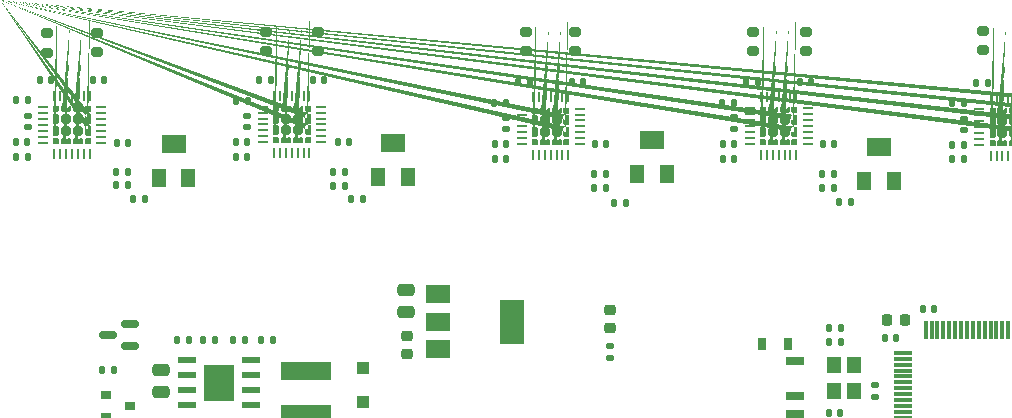
<source format=gbr>
%TF.GenerationSoftware,KiCad,Pcbnew,(6.0.0)*%
%TF.CreationDate,2022-02-28T19:19:02-05:00*%
%TF.ProjectId,MP3DP_Controller,4d503344-505f-4436-9f6e-74726f6c6c65,rev?*%
%TF.SameCoordinates,Original*%
%TF.FileFunction,Paste,Top*%
%TF.FilePolarity,Positive*%
%FSLAX46Y46*%
G04 Gerber Fmt 4.6, Leading zero omitted, Abs format (unit mm)*
G04 Created by KiCad (PCBNEW (6.0.0)) date 2022-02-28 19:19:02*
%MOMM*%
%LPD*%
G01*
G04 APERTURE LIST*
G04 Aperture macros list*
%AMRoundRect*
0 Rectangle with rounded corners*
0 $1 Rounding radius*
0 $2 $3 $4 $5 $6 $7 $8 $9 X,Y pos of 4 corners*
0 Add a 4 corners polygon primitive as box body*
4,1,4,$2,$3,$4,$5,$6,$7,$8,$9,$2,$3,0*
0 Add four circle primitives for the rounded corners*
1,1,$1+$1,$2,$3*
1,1,$1+$1,$4,$5*
1,1,$1+$1,$6,$7*
1,1,$1+$1,$8,$9*
0 Add four rect primitives between the rounded corners*
20,1,$1+$1,$2,$3,$4,$5,0*
20,1,$1+$1,$4,$5,$6,$7,0*
20,1,$1+$1,$6,$7,$8,$9,0*
20,1,$1+$1,$8,$9,$2,$3,0*%
%AMFreePoly0*
4,1,48,0.180784,0.266839,0.197812,0.266839,0.211588,0.256830,0.227783,0.251568,0.237792,0.237792,0.251568,0.227783,0.256830,0.211588,0.266839,0.197812,0.266839,0.180784,0.272101,0.164589,0.272101,-0.075523,0.269420,-0.083774,0.270777,-0.092342,0.259348,-0.114773,0.251568,-0.138717,0.244550,-0.143816,0.240611,-0.151546,0.151545,-0.240611,0.143817,-0.244549,0.138717,-0.251568,
0.114772,-0.259348,0.092342,-0.270777,0.083774,-0.269420,0.075523,-0.272101,-0.164589,-0.272101,-0.180784,-0.266839,-0.197812,-0.266839,-0.211588,-0.256830,-0.227783,-0.251568,-0.237792,-0.237792,-0.251568,-0.227783,-0.256830,-0.211588,-0.266839,-0.197812,-0.266839,-0.180784,-0.272101,-0.164589,-0.272101,0.164589,-0.266839,0.180784,-0.266839,0.197812,-0.256830,0.211588,-0.251568,0.227783,
-0.237792,0.237792,-0.227783,0.251568,-0.211588,0.256830,-0.197812,0.266839,-0.180784,0.266839,-0.164589,0.272101,0.164589,0.272101,0.180784,0.266839,0.180784,0.266839,$1*%
%AMFreePoly1*
4,1,51,0.252459,0.271182,0.254676,0.271776,0.258073,0.270192,0.276402,0.266960,0.290658,0.254997,0.307524,0.247133,0.378144,0.176512,0.381179,0.172177,0.383168,0.171029,0.384451,0.167505,0.395125,0.152260,0.396747,0.133722,0.403112,0.116234,0.403112,-0.186855,0.401159,-0.197929,0.401817,-0.201658,0.399924,-0.204937,0.397971,-0.216011,0.383735,-0.232977,0.372661,-0.252157,
0.365433,-0.254788,0.360489,-0.260680,0.338678,-0.264526,0.317866,-0.272101,-0.317866,-0.272101,-0.328940,-0.270148,-0.332669,-0.270806,-0.335948,-0.268913,-0.347022,-0.266960,-0.363988,-0.252724,-0.383168,-0.241650,-0.385799,-0.234422,-0.391691,-0.229478,-0.395537,-0.207667,-0.403112,-0.186855,-0.403112,0.116234,-0.402193,0.121446,-0.402787,0.123663,-0.401203,0.127060,-0.397971,0.145390,
-0.386008,0.159647,-0.378144,0.176512,-0.307525,0.247132,-0.303189,0.250168,-0.302041,0.252157,-0.298517,0.253440,-0.283273,0.264114,-0.264734,0.265736,-0.247246,0.272101,0.247246,0.272101,0.252459,0.271182,0.252459,0.271182,$1*%
%AMFreePoly2*
4,1,51,0.121446,0.402193,0.123663,0.402787,0.127060,0.401203,0.145390,0.397971,0.159647,0.386008,0.176512,0.378144,0.247132,0.307525,0.250168,0.303189,0.252157,0.302041,0.253440,0.298517,0.264114,0.283273,0.265736,0.264734,0.272101,0.247246,0.272101,-0.247246,0.271182,-0.252459,0.271776,-0.254677,0.270192,-0.258075,0.266960,-0.276402,0.254997,-0.290659,0.247132,-0.307525,
0.176512,-0.378144,0.172177,-0.381179,0.171029,-0.383168,0.167505,-0.384451,0.152260,-0.395125,0.133722,-0.396747,0.116234,-0.403112,-0.186855,-0.403112,-0.197929,-0.401159,-0.201658,-0.401817,-0.204937,-0.399924,-0.216011,-0.397971,-0.232977,-0.383735,-0.252157,-0.372661,-0.254788,-0.365433,-0.260680,-0.360489,-0.264526,-0.338678,-0.272101,-0.317866,-0.272101,0.317866,-0.270148,0.328940,
-0.270806,0.332669,-0.268913,0.335948,-0.266960,0.347022,-0.252724,0.363988,-0.241650,0.383168,-0.234422,0.385799,-0.229478,0.391691,-0.207667,0.395537,-0.186855,0.403112,0.116234,0.403112,0.121446,0.402193,0.121446,0.402193,$1*%
%AMFreePoly3*
4,1,51,0.197929,0.401159,0.201658,0.401817,0.204937,0.399924,0.216011,0.397971,0.232977,0.383735,0.252157,0.372661,0.254788,0.365433,0.260680,0.360489,0.264526,0.338678,0.272101,0.317866,0.272101,-0.317866,0.270148,-0.328940,0.270806,-0.332669,0.268913,-0.335948,0.266960,-0.347022,0.252724,-0.363988,0.241650,-0.383168,0.234422,-0.385799,0.229478,-0.391691,0.207667,-0.395537,
0.186855,-0.403112,-0.116234,-0.403112,-0.121446,-0.402193,-0.123663,-0.402787,-0.127060,-0.401203,-0.145390,-0.397971,-0.159647,-0.386008,-0.176512,-0.378144,-0.247133,-0.307524,-0.250168,-0.303189,-0.252157,-0.302041,-0.253439,-0.298518,-0.264114,-0.283273,-0.265736,-0.264734,-0.272101,-0.247246,-0.272101,0.247246,-0.271182,0.252459,-0.271776,0.254676,-0.270192,0.258073,-0.266960,0.276402,
-0.254997,0.290658,-0.247133,0.307524,-0.176512,0.378144,-0.172177,0.381179,-0.171029,0.383168,-0.167505,0.384451,-0.152260,0.395125,-0.133722,0.396747,-0.116234,0.403112,0.186855,0.403112,0.197929,0.401159,0.197929,0.401159,$1*%
%AMFreePoly4*
4,1,48,0.083774,0.269420,0.092342,0.270777,0.114772,0.259348,0.138717,0.251568,0.143817,0.244549,0.151545,0.240611,0.240611,0.151546,0.244550,0.143816,0.251568,0.138717,0.259348,0.114773,0.270777,0.092342,0.269420,0.083774,0.272101,0.075523,0.272101,-0.164589,0.266839,-0.180784,0.266839,-0.197812,0.256830,-0.211588,0.251568,-0.227783,0.237792,-0.237792,0.227783,-0.251568,
0.211588,-0.256830,0.197812,-0.266839,0.180784,-0.266839,0.164589,-0.272101,-0.164589,-0.272101,-0.180784,-0.266839,-0.197812,-0.266839,-0.211588,-0.256830,-0.227783,-0.251568,-0.237792,-0.237792,-0.251568,-0.227783,-0.256830,-0.211588,-0.266839,-0.197812,-0.266839,-0.180784,-0.272101,-0.164589,-0.272101,0.164589,-0.266839,0.180784,-0.266839,0.197812,-0.256830,0.211588,-0.251568,0.227783,
-0.237792,0.237792,-0.227783,0.251568,-0.211588,0.256830,-0.197812,0.266839,-0.180784,0.266839,-0.164589,0.272101,0.075523,0.272101,0.083774,0.269420,0.083774,0.269420,$1*%
%AMFreePoly5*
4,1,51,0.328940,0.270148,0.332669,0.270806,0.335948,0.268913,0.347022,0.266960,0.363988,0.252724,0.383168,0.241650,0.385799,0.234422,0.391691,0.229478,0.395537,0.207667,0.403112,0.186855,0.403112,-0.116234,0.402193,-0.121446,0.402787,-0.123663,0.401203,-0.127060,0.397971,-0.145390,0.386008,-0.159647,0.378144,-0.176512,0.307524,-0.247133,0.303189,-0.250168,0.302041,-0.252157,
0.298518,-0.253439,0.283273,-0.264114,0.264734,-0.265736,0.247246,-0.272101,-0.247246,-0.272101,-0.252459,-0.271182,-0.254677,-0.271776,-0.258075,-0.270192,-0.276402,-0.266960,-0.290659,-0.254997,-0.307525,-0.247132,-0.378144,-0.176512,-0.381179,-0.172177,-0.383168,-0.171029,-0.384451,-0.167505,-0.395125,-0.152260,-0.396747,-0.133722,-0.403112,-0.116234,-0.403112,0.186855,-0.401159,0.197929,
-0.401817,0.201658,-0.399924,0.204937,-0.397971,0.216011,-0.383735,0.232977,-0.372661,0.252157,-0.365433,0.254788,-0.360489,0.260680,-0.338678,0.264526,-0.317866,0.272101,0.317866,0.272101,0.328940,0.270148,0.328940,0.270148,$1*%
%AMFreePoly6*
4,1,48,0.180784,0.266839,0.197812,0.266839,0.211588,0.256830,0.227783,0.251568,0.237792,0.237792,0.251568,0.227783,0.256830,0.211588,0.266839,0.197812,0.266839,0.180784,0.272101,0.164589,0.272101,-0.164589,0.266839,-0.180784,0.266839,-0.197812,0.256830,-0.211588,0.251568,-0.227783,0.237792,-0.237792,0.227783,-0.251568,0.211588,-0.256830,0.197812,-0.266839,0.180784,-0.266839,
0.164589,-0.272101,-0.164589,-0.272101,-0.180784,-0.266839,-0.197812,-0.266839,-0.211588,-0.256830,-0.227783,-0.251568,-0.237792,-0.237792,-0.251568,-0.227783,-0.256830,-0.211588,-0.266839,-0.197812,-0.266839,-0.180784,-0.272101,-0.164589,-0.272101,0.075523,-0.269420,0.083774,-0.270777,0.092342,-0.259348,0.114772,-0.251568,0.138717,-0.244549,0.143817,-0.240611,0.151545,-0.151546,0.240611,
-0.143816,0.244550,-0.138717,0.251568,-0.114773,0.259348,-0.092342,0.270777,-0.083774,0.269420,-0.075523,0.272101,0.164589,0.272101,0.180784,0.266839,0.180784,0.266839,$1*%
%AMFreePoly7*
4,1,48,0.180784,0.266839,0.197812,0.266839,0.211588,0.256830,0.227783,0.251568,0.237792,0.237792,0.251568,0.227783,0.256830,0.211588,0.266839,0.197812,0.266839,0.180784,0.272101,0.164589,0.272101,-0.164589,0.266839,-0.180784,0.266839,-0.197812,0.256830,-0.211588,0.251568,-0.227783,0.237792,-0.237792,0.227783,-0.251568,0.211588,-0.256830,0.197812,-0.266839,0.180784,-0.266839,
0.164589,-0.272101,-0.075523,-0.272101,-0.083774,-0.269420,-0.092342,-0.270777,-0.114773,-0.259348,-0.138717,-0.251568,-0.143816,-0.244550,-0.151546,-0.240611,-0.240611,-0.151545,-0.244549,-0.143817,-0.251568,-0.138717,-0.259348,-0.114772,-0.270777,-0.092342,-0.269420,-0.083774,-0.272101,-0.075523,-0.272101,0.164589,-0.266839,0.180784,-0.266839,0.197812,-0.256830,0.211588,-0.251568,0.227783,
-0.237792,0.237792,-0.227783,0.251568,-0.211588,0.256830,-0.197812,0.266839,-0.180784,0.266839,-0.164589,0.272101,0.164589,0.272101,0.180784,0.266839,0.180784,0.266839,$1*%
G04 Aperture macros list end*
%ADD10RoundRect,0.140000X0.140000X0.170000X-0.140000X0.170000X-0.140000X-0.170000X0.140000X-0.170000X0*%
%ADD11RoundRect,0.200000X0.275000X-0.200000X0.275000X0.200000X-0.275000X0.200000X-0.275000X-0.200000X0*%
%ADD12RoundRect,0.218750X-0.218750X-0.256250X0.218750X-0.256250X0.218750X0.256250X-0.218750X0.256250X0*%
%ADD13RoundRect,0.135000X-0.135000X-0.185000X0.135000X-0.185000X0.135000X0.185000X-0.135000X0.185000X0*%
%ADD14RoundRect,0.140000X-0.140000X-0.170000X0.140000X-0.170000X0.140000X0.170000X-0.140000X0.170000X0*%
%ADD15R,1.300000X1.600000*%
%ADD16R,2.000000X1.600000*%
%ADD17RoundRect,0.075000X-0.700000X-0.075000X0.700000X-0.075000X0.700000X0.075000X-0.700000X0.075000X0*%
%ADD18RoundRect,0.075000X-0.075000X-0.700000X0.075000X-0.700000X0.075000X0.700000X-0.075000X0.700000X0*%
%ADD19R,3.050000X2.750000*%
%ADD20R,2.200000X1.200000*%
%ADD21RoundRect,0.135000X0.135000X0.185000X-0.135000X0.185000X-0.135000X-0.185000X0.135000X-0.185000X0*%
%ADD22RoundRect,0.135000X0.185000X-0.135000X0.185000X0.135000X-0.185000X0.135000X-0.185000X-0.135000X0*%
%ADD23RoundRect,0.201557X-0.201556X-0.201556X0.201556X-0.201556X0.201556X0.201556X-0.201556X0.201556X0*%
%ADD24FreePoly0,0.000000*%
%ADD25FreePoly1,0.000000*%
%ADD26FreePoly2,0.000000*%
%ADD27FreePoly3,0.000000*%
%ADD28FreePoly4,0.000000*%
%ADD29FreePoly5,0.000000*%
%ADD30FreePoly6,0.000000*%
%ADD31FreePoly7,0.000000*%
%ADD32RoundRect,0.062500X-0.337500X-0.062500X0.337500X-0.062500X0.337500X0.062500X-0.337500X0.062500X0*%
%ADD33RoundRect,0.062500X-0.062500X-0.337500X0.062500X-0.337500X0.062500X0.337500X-0.062500X0.337500X0*%
%ADD34RoundRect,0.150000X-0.587500X-0.150000X0.587500X-0.150000X0.587500X0.150000X-0.587500X0.150000X0*%
%ADD35R,0.800000X1.000000*%
%ADD36R,1.500000X0.700000*%
%ADD37R,0.900000X1.700000*%
%ADD38RoundRect,0.140000X0.170000X-0.140000X0.170000X0.140000X-0.170000X0.140000X-0.170000X-0.140000X0*%
%ADD39RoundRect,0.225000X0.225000X0.250000X-0.225000X0.250000X-0.225000X-0.250000X0.225000X-0.250000X0*%
%ADD40RoundRect,0.140000X-0.170000X0.140000X-0.170000X-0.140000X0.170000X-0.140000X0.170000X0.140000X0*%
%ADD41RoundRect,0.218750X0.256250X-0.218750X0.256250X0.218750X-0.256250X0.218750X-0.256250X-0.218750X0*%
%ADD42RoundRect,0.218750X-0.256250X0.218750X-0.256250X-0.218750X0.256250X-0.218750X0.256250X0.218750X0*%
%ADD43R,1.100000X1.100000*%
%ADD44RoundRect,0.225000X-0.250000X0.225000X-0.250000X-0.225000X0.250000X-0.225000X0.250000X0.225000X0*%
%ADD45R,1.550000X0.600000*%
%ADD46R,2.600000X3.100000*%
%ADD47RoundRect,0.150000X0.587500X0.150000X-0.587500X0.150000X-0.587500X-0.150000X0.587500X-0.150000X0*%
%ADD48RoundRect,0.135000X-0.185000X0.135000X-0.185000X-0.135000X0.185000X-0.135000X0.185000X0.135000X0*%
%ADD49RoundRect,0.250000X-0.475000X0.250000X-0.475000X-0.250000X0.475000X-0.250000X0.475000X0.250000X0*%
%ADD50R,2.000000X1.500000*%
%ADD51R,2.000000X3.800000*%
%ADD52R,1.200000X1.400000*%
%ADD53R,0.900000X0.800000*%
%ADD54RoundRect,0.230000X0.230000X0.375000X-0.230000X0.375000X-0.230000X-0.375000X0.230000X-0.375000X0*%
%ADD55RoundRect,0.150000X0.825000X0.150000X-0.825000X0.150000X-0.825000X-0.150000X0.825000X-0.150000X0*%
%ADD56O,1.550000X0.890000*%
%ADD57O,0.950000X1.250000*%
%ADD58R,1.350000X0.400000*%
%ADD59R,1.550000X1.500000*%
%ADD60R,1.550000X1.200000*%
%ADD61RoundRect,0.225000X-0.225000X-0.250000X0.225000X-0.250000X0.225000X0.250000X-0.225000X0.250000X0*%
%ADD62R,4.200000X1.500000*%
%ADD63RoundRect,0.150000X0.512500X0.150000X-0.512500X0.150000X-0.512500X-0.150000X0.512500X-0.150000X0*%
G04 APERTURE END LIST*
D10*
%TO.C,C2*%
X107577500Y-57825000D03*
X106617500Y-57825000D03*
%TD*%
D11*
%TO.C,R13*%
X55430000Y-36041190D03*
X55430000Y-34391190D03*
%TD*%
D12*
%TO.C,L1*%
X98797500Y-68125000D03*
X100372500Y-68125000D03*
%TD*%
D13*
%TO.C,R62*%
X91370000Y-83625000D03*
X92390000Y-83625000D03*
%TD*%
D14*
%TO.C,C17*%
X48450000Y-43741190D03*
X49410000Y-43741190D03*
%TD*%
D13*
%TO.C,R58*%
X110340000Y-83625000D03*
X111360000Y-83625000D03*
%TD*%
D15*
%TO.C,RV5*%
X121100000Y-47100000D03*
D16*
X122350000Y-44200000D03*
D15*
X123600000Y-47100000D03*
%TD*%
D14*
%TO.C,C11*%
X103387500Y-60325000D03*
X104347500Y-60325000D03*
%TD*%
%TO.C,C36*%
X29830000Y-43708811D03*
X30790000Y-43708811D03*
%TD*%
D17*
%TO.C,U4*%
X104922500Y-61575000D03*
X104922500Y-62075000D03*
X104922500Y-62575000D03*
X104922500Y-63075000D03*
X104922500Y-63575000D03*
X104922500Y-64075000D03*
X104922500Y-64575000D03*
X104922500Y-65075000D03*
X104922500Y-65575000D03*
X104922500Y-66075000D03*
X104922500Y-66575000D03*
X104922500Y-67075000D03*
X104922500Y-67575000D03*
X104922500Y-68075000D03*
X104922500Y-68575000D03*
X104922500Y-69075000D03*
D18*
X106847500Y-71000000D03*
X107347500Y-71000000D03*
X107847500Y-71000000D03*
X108347500Y-71000000D03*
X108847500Y-71000000D03*
X109347500Y-71000000D03*
X109847500Y-71000000D03*
X110347500Y-71000000D03*
X110847500Y-71000000D03*
X111347500Y-71000000D03*
X111847500Y-71000000D03*
X112347500Y-71000000D03*
X112847500Y-71000000D03*
X113347500Y-71000000D03*
X113847500Y-71000000D03*
X114347500Y-71000000D03*
D17*
X116272500Y-69075000D03*
X116272500Y-68575000D03*
X116272500Y-68075000D03*
X116272500Y-67575000D03*
X116272500Y-67075000D03*
X116272500Y-66575000D03*
X116272500Y-66075000D03*
X116272500Y-65575000D03*
X116272500Y-65075000D03*
X116272500Y-64575000D03*
X116272500Y-64075000D03*
X116272500Y-63575000D03*
X116272500Y-63075000D03*
X116272500Y-62575000D03*
X116272500Y-62075000D03*
X116272500Y-61575000D03*
D18*
X114347500Y-59650000D03*
X113847500Y-59650000D03*
X113347500Y-59650000D03*
X112847500Y-59650000D03*
X112347500Y-59650000D03*
X111847500Y-59650000D03*
X111347500Y-59650000D03*
X110847500Y-59650000D03*
X110347500Y-59650000D03*
X109847500Y-59650000D03*
X109347500Y-59650000D03*
X108847500Y-59650000D03*
X108347500Y-59650000D03*
X107847500Y-59650000D03*
X107347500Y-59650000D03*
X106847500Y-59650000D03*
%TD*%
D19*
%TO.C,Q2*%
X51225000Y-78075000D03*
X51225000Y-81125000D03*
X47875000Y-78075000D03*
X47875000Y-81125000D03*
D20*
X55850000Y-81880000D03*
X55850000Y-79600000D03*
X55850000Y-77320000D03*
%TD*%
D11*
%TO.C,R55*%
X130650000Y-36175000D03*
X130650000Y-34525000D03*
%TD*%
%TO.C,R15*%
X50980000Y-36041190D03*
X50980000Y-34391190D03*
%TD*%
D13*
%TO.C,R65*%
X100630000Y-83625000D03*
X101650000Y-83625000D03*
%TD*%
D10*
%TO.C,C64*%
X130030000Y-38517621D03*
X129070000Y-38517621D03*
%TD*%
D14*
%TO.C,C19*%
X70390000Y-45150000D03*
X71350000Y-45150000D03*
%TD*%
D10*
%TO.C,C51*%
X136530000Y-43767621D03*
X135570000Y-43767621D03*
%TD*%
%TO.C,C27*%
X51390000Y-38491190D03*
X50430000Y-38491190D03*
%TD*%
D14*
%TO.C,C49*%
X139045000Y-48775000D03*
X140005000Y-48775000D03*
%TD*%
D13*
%TO.C,R5*%
X98540000Y-71050000D03*
X99560000Y-71050000D03*
%TD*%
%TO.C,R26*%
X78790000Y-46450000D03*
X79810000Y-46450000D03*
%TD*%
D21*
%TO.C,R10*%
X79810000Y-47650000D03*
X78790000Y-47650000D03*
%TD*%
D13*
%TO.C,R1*%
X70340000Y-40400000D03*
X71360000Y-40400000D03*
%TD*%
D22*
%TO.C,R23*%
X126700000Y-70050000D03*
X126700000Y-69030000D03*
%TD*%
D14*
%TO.C,C39*%
X29850000Y-44958811D03*
X30810000Y-44958811D03*
%TD*%
D23*
%TO.C,U2*%
X52680000Y-41741190D03*
D24*
X51842500Y-40903690D03*
D23*
X52680000Y-42741190D03*
D25*
X52680000Y-43578690D03*
D23*
X53680000Y-41741190D03*
D26*
X51842500Y-42741190D03*
D27*
X54517500Y-41741190D03*
X54517500Y-42741190D03*
D23*
X53680000Y-42741190D03*
D28*
X51842500Y-43578690D03*
D29*
X52680000Y-40903690D03*
D30*
X54517500Y-43578690D03*
D25*
X53680000Y-43578690D03*
D31*
X54517500Y-40903690D03*
D29*
X53680000Y-40903690D03*
D26*
X51842500Y-41741190D03*
D32*
X50730000Y-40741190D03*
X50730000Y-41241190D03*
X50730000Y-41741190D03*
X50730000Y-42241190D03*
X50730000Y-42741190D03*
X50730000Y-43241190D03*
X50730000Y-43741190D03*
D33*
X51680000Y-44691190D03*
X52180000Y-44691190D03*
X52680000Y-44691190D03*
X53180000Y-44691190D03*
X53680000Y-44691190D03*
X54180000Y-44691190D03*
X54680000Y-44691190D03*
D32*
X55630000Y-43741190D03*
X55630000Y-43241190D03*
X55630000Y-42741190D03*
X55630000Y-42241190D03*
X55630000Y-41741190D03*
X55630000Y-41241190D03*
X55630000Y-40741190D03*
D33*
X54680000Y-39791190D03*
X54180000Y-39791190D03*
X53680000Y-39791190D03*
X53180000Y-39791190D03*
X52680000Y-39791190D03*
X52180000Y-39791190D03*
X51680000Y-39791190D03*
%TD*%
D34*
%TO.C,Q5*%
X70212500Y-81525000D03*
X70212500Y-83425000D03*
X72087500Y-82475000D03*
%TD*%
D14*
%TO.C,C20*%
X48470000Y-44991190D03*
X49430000Y-44991190D03*
%TD*%
D10*
%TO.C,C61*%
X112100000Y-38706250D03*
X111140000Y-38706250D03*
%TD*%
D35*
%TO.C,SW1*%
X92970000Y-68150000D03*
X95180000Y-60850000D03*
X95180000Y-68150000D03*
X92970000Y-60850000D03*
D36*
X95830000Y-62250000D03*
X95830000Y-65250000D03*
X95830000Y-66750000D03*
%TD*%
D21*
%TO.C,R37*%
X99110000Y-47650000D03*
X98090000Y-47650000D03*
%TD*%
D10*
%TO.C,C7*%
X58060000Y-43741190D03*
X57100000Y-43741190D03*
%TD*%
D37*
%TO.C,SW2*%
X92950000Y-71050000D03*
X96350000Y-71050000D03*
%TD*%
D38*
%TO.C,C15*%
X49430000Y-42471190D03*
X49430000Y-41511190D03*
%TD*%
D15*
%TO.C,RV6*%
X138850000Y-47000000D03*
D16*
X140100000Y-44100000D03*
D15*
X141350000Y-47000000D03*
%TD*%
D38*
%TO.C,C55*%
X128050000Y-42497621D03*
X128050000Y-41537621D03*
%TD*%
D39*
%TO.C,C52*%
X86675000Y-83625000D03*
X85125000Y-83625000D03*
%TD*%
D23*
%TO.C,U7*%
X93900000Y-42881250D03*
D30*
X95737500Y-43718750D03*
D25*
X94900000Y-43718750D03*
D24*
X93062500Y-41043750D03*
D29*
X94900000Y-41043750D03*
D23*
X94900000Y-42881250D03*
D26*
X93062500Y-41881250D03*
D28*
X93062500Y-43718750D03*
D25*
X93900000Y-43718750D03*
D29*
X93900000Y-41043750D03*
D26*
X93062500Y-42881250D03*
D23*
X94900000Y-41881250D03*
D31*
X95737500Y-41043750D03*
D23*
X93900000Y-41881250D03*
D27*
X95737500Y-41881250D03*
X95737500Y-42881250D03*
D32*
X91950000Y-40881250D03*
X91950000Y-41381250D03*
X91950000Y-41881250D03*
X91950000Y-42381250D03*
X91950000Y-42881250D03*
X91950000Y-43381250D03*
X91950000Y-43881250D03*
D33*
X92900000Y-44831250D03*
X93400000Y-44831250D03*
X93900000Y-44831250D03*
X94400000Y-44831250D03*
X94900000Y-44831250D03*
X95400000Y-44831250D03*
X95900000Y-44831250D03*
D32*
X96850000Y-43881250D03*
X96850000Y-43381250D03*
X96850000Y-42881250D03*
X96850000Y-42381250D03*
X96850000Y-41881250D03*
X96850000Y-41381250D03*
X96850000Y-40881250D03*
D33*
X95900000Y-39931250D03*
X95400000Y-39931250D03*
X94900000Y-39931250D03*
X94400000Y-39931250D03*
X93900000Y-39931250D03*
X93400000Y-39931250D03*
X92900000Y-39931250D03*
%TD*%
D11*
%TO.C,R14*%
X73050000Y-36037500D03*
X73050000Y-34387500D03*
%TD*%
D39*
%TO.C,C67*%
X123675000Y-83625000D03*
X122125000Y-83625000D03*
%TD*%
D14*
%TO.C,C41*%
X137500000Y-59900000D03*
X138460000Y-59900000D03*
%TD*%
D10*
%TO.C,C25*%
X114077500Y-72825000D03*
X113117500Y-72825000D03*
%TD*%
D14*
%TO.C,C16*%
X70370000Y-43900000D03*
X71330000Y-43900000D03*
%TD*%
%TO.C,C23*%
X54950000Y-38491190D03*
X55910000Y-38491190D03*
%TD*%
D22*
%TO.C,R21*%
X126700000Y-77710000D03*
X126700000Y-76690000D03*
%TD*%
D13*
%TO.C,R34*%
X99540000Y-48800000D03*
X100560000Y-48800000D03*
%TD*%
D21*
%TO.C,R11*%
X57680000Y-47491190D03*
X56660000Y-47491190D03*
%TD*%
D39*
%TO.C,C70*%
X142175000Y-83800000D03*
X140625000Y-83800000D03*
%TD*%
D34*
%TO.C,Q6*%
X76212500Y-81525000D03*
X76212500Y-83425000D03*
X78087500Y-82475000D03*
%TD*%
D13*
%TO.C,R32*%
X89640000Y-40381250D03*
X90660000Y-40381250D03*
%TD*%
D14*
%TO.C,C40*%
X89650000Y-45131250D03*
X90610000Y-45131250D03*
%TD*%
D11*
%TO.C,R39*%
X32430000Y-36166190D03*
X32430000Y-34516190D03*
%TD*%
D13*
%TO.C,R46*%
X109090000Y-40456250D03*
X110110000Y-40456250D03*
%TD*%
D40*
%TO.C,C48*%
X60125000Y-75145000D03*
X60125000Y-76105000D03*
%TD*%
D41*
%TO.C,D2*%
X107400000Y-76837500D03*
X107400000Y-75262500D03*
%TD*%
D39*
%TO.C,C68*%
X105100000Y-83625000D03*
X103550000Y-83625000D03*
%TD*%
D34*
%TO.C,Q4*%
X63962500Y-81525000D03*
X63962500Y-83425000D03*
X65837500Y-82475000D03*
%TD*%
D38*
%TO.C,C54*%
X110100000Y-42706250D03*
X110100000Y-41746250D03*
%TD*%
D14*
%TO.C,C45*%
X96170000Y-38631250D03*
X97130000Y-38631250D03*
%TD*%
D13*
%TO.C,R69*%
X137640000Y-83800000D03*
X138660000Y-83800000D03*
%TD*%
D14*
%TO.C,C59*%
X127090000Y-45017621D03*
X128050000Y-45017621D03*
%TD*%
D13*
%TO.C,R2*%
X48420000Y-40241190D03*
X49440000Y-40241190D03*
%TD*%
D42*
%TO.C,D3*%
X133050000Y-61962500D03*
X133050000Y-63537500D03*
%TD*%
D43*
%TO.C,D5*%
X48425000Y-68250000D03*
X45625000Y-68250000D03*
%TD*%
D44*
%TO.C,C32*%
X62925000Y-60150000D03*
X62925000Y-61700000D03*
%TD*%
D45*
%TO.C,U3*%
X49725000Y-66005000D03*
X49725000Y-64735000D03*
X49725000Y-63465000D03*
X49725000Y-62195000D03*
X44325000Y-62195000D03*
X44325000Y-63465000D03*
X44325000Y-64735000D03*
X44325000Y-66005000D03*
D46*
X47025000Y-64100000D03*
%TD*%
D13*
%TO.C,R67*%
X128390000Y-83800000D03*
X129410000Y-83800000D03*
%TD*%
%TO.C,R57*%
X82150000Y-83625000D03*
X83170000Y-83625000D03*
%TD*%
%TO.C,R44*%
X139940000Y-59900000D03*
X140960000Y-59900000D03*
%TD*%
D14*
%TO.C,C44*%
X36350000Y-38491190D03*
X37310000Y-38491190D03*
%TD*%
D13*
%TO.C,R41*%
X38270000Y-46241190D03*
X39290000Y-46241190D03*
%TD*%
D10*
%TO.C,C31*%
X39310000Y-43791190D03*
X38350000Y-43791190D03*
%TD*%
D47*
%TO.C,Q1*%
X39512500Y-61000000D03*
X39512500Y-59100000D03*
X37637500Y-60050000D03*
%TD*%
D13*
%TO.C,R59*%
X117340000Y-46500000D03*
X118360000Y-46500000D03*
%TD*%
D11*
%TO.C,R12*%
X77200000Y-36037500D03*
X77200000Y-34387500D03*
%TD*%
D10*
%TO.C,C33*%
X99130000Y-43900000D03*
X98170000Y-43900000D03*
%TD*%
D26*
%TO.C,U11*%
X130462500Y-41767621D03*
D23*
X131300000Y-42767621D03*
D31*
X133137500Y-40930121D03*
D30*
X133137500Y-43605121D03*
D28*
X130462500Y-43605121D03*
D24*
X130462500Y-40930121D03*
D23*
X131300000Y-41767621D03*
X132300000Y-42767621D03*
D26*
X130462500Y-42767621D03*
D23*
X132300000Y-41767621D03*
D25*
X132300000Y-43605121D03*
D27*
X133137500Y-41767621D03*
D29*
X131300000Y-40930121D03*
X132300000Y-40930121D03*
D27*
X133137500Y-42767621D03*
D25*
X131300000Y-43605121D03*
D32*
X129350000Y-40767621D03*
X129350000Y-41267621D03*
X129350000Y-41767621D03*
X129350000Y-42267621D03*
X129350000Y-42767621D03*
X129350000Y-43267621D03*
X129350000Y-43767621D03*
D33*
X130300000Y-44717621D03*
X130800000Y-44717621D03*
X131300000Y-44717621D03*
X131800000Y-44717621D03*
X132300000Y-44717621D03*
X132800000Y-44717621D03*
X133300000Y-44717621D03*
D32*
X134250000Y-43767621D03*
X134250000Y-43267621D03*
X134250000Y-42767621D03*
X134250000Y-42267621D03*
X134250000Y-41767621D03*
X134250000Y-41267621D03*
X134250000Y-40767621D03*
D33*
X133300000Y-39817621D03*
X132800000Y-39817621D03*
X132300000Y-39817621D03*
X131800000Y-39817621D03*
X131300000Y-39817621D03*
X130800000Y-39817621D03*
X130300000Y-39817621D03*
%TD*%
D15*
%TO.C,RV2*%
X60480000Y-46691190D03*
D16*
X61730000Y-43791190D03*
D15*
X62980000Y-46691190D03*
%TD*%
D11*
%TO.C,R38*%
X96720000Y-36031250D03*
X96720000Y-34381250D03*
%TD*%
D14*
%TO.C,C56*%
X109120000Y-43956250D03*
X110080000Y-43956250D03*
%TD*%
D39*
%TO.C,C60*%
X95905000Y-83625000D03*
X94355000Y-83625000D03*
%TD*%
%TO.C,C53*%
X114425000Y-83625000D03*
X112875000Y-83625000D03*
%TD*%
D13*
%TO.C,R29*%
X50590000Y-60500000D03*
X51610000Y-60500000D03*
%TD*%
D10*
%TO.C,C42*%
X32810000Y-38491190D03*
X31850000Y-38491190D03*
%TD*%
D48*
%TO.C,R24*%
X111800000Y-78540000D03*
X111800000Y-79560000D03*
%TD*%
D22*
%TO.C,R20*%
X126700000Y-80210000D03*
X126700000Y-79190000D03*
%TD*%
D14*
%TO.C,C58*%
X109120000Y-45206250D03*
X110080000Y-45206250D03*
%TD*%
D15*
%TO.C,RV3*%
X41930000Y-46791190D03*
D16*
X43180000Y-43891190D03*
D15*
X44430000Y-46791190D03*
%TD*%
D22*
%TO.C,R61*%
X42650000Y-80160000D03*
X42650000Y-79140000D03*
%TD*%
D11*
%TO.C,R52*%
X116100000Y-35956250D03*
X116100000Y-34306250D03*
%TD*%
D10*
%TO.C,C50*%
X118530000Y-43950000D03*
X117570000Y-43950000D03*
%TD*%
D13*
%TO.C,R7*%
X37090000Y-63050000D03*
X38110000Y-63050000D03*
%TD*%
%TO.C,R60*%
X135290000Y-46350000D03*
X136310000Y-46350000D03*
%TD*%
D14*
%TO.C,C63*%
X115620000Y-38706250D03*
X116580000Y-38706250D03*
%TD*%
D13*
%TO.C,R48*%
X118440000Y-48900000D03*
X119460000Y-48900000D03*
%TD*%
D48*
%TO.C,R45*%
X69200000Y-74280000D03*
X69200000Y-75300000D03*
%TD*%
D14*
%TO.C,C57*%
X127070000Y-43767621D03*
X128030000Y-43767621D03*
%TD*%
D10*
%TO.C,C6*%
X79780000Y-43900000D03*
X78820000Y-43900000D03*
%TD*%
D49*
%TO.C,C34*%
X62825000Y-56225000D03*
X62825000Y-58125000D03*
%TD*%
D13*
%TO.C,R27*%
X56660000Y-46291190D03*
X57680000Y-46291190D03*
%TD*%
D22*
%TO.C,R6*%
X102535000Y-65335000D03*
X102535000Y-64315000D03*
%TD*%
D14*
%TO.C,C9*%
X107117500Y-72825000D03*
X108077500Y-72825000D03*
%TD*%
D22*
%TO.C,R43*%
X69200000Y-78050000D03*
X69200000Y-77030000D03*
%TD*%
D13*
%TO.C,R4*%
X98680000Y-59450000D03*
X99700000Y-59450000D03*
%TD*%
D50*
%TO.C,U5*%
X65525000Y-56625000D03*
X65525000Y-58925000D03*
D51*
X71825000Y-58925000D03*
D50*
X65525000Y-61225000D03*
%TD*%
D22*
%TO.C,R22*%
X126700000Y-75160000D03*
X126700000Y-74140000D03*
%TD*%
D21*
%TO.C,R17*%
X44460000Y-60515000D03*
X43440000Y-60515000D03*
%TD*%
D52*
%TO.C,Y1*%
X99085000Y-62565000D03*
X99085000Y-64765000D03*
X100785000Y-64765000D03*
X100785000Y-62565000D03*
%TD*%
D14*
%TO.C,C26*%
X76870000Y-38650000D03*
X77830000Y-38650000D03*
%TD*%
D48*
%TO.C,R66*%
X68150000Y-81965000D03*
X68150000Y-82985000D03*
%TD*%
%TO.C,R19*%
X113050000Y-78540000D03*
X113050000Y-79560000D03*
%TD*%
D27*
%TO.C,U10*%
X115187500Y-41956250D03*
D25*
X114350000Y-43793750D03*
D27*
X115187500Y-42956250D03*
D29*
X114350000Y-41118750D03*
D24*
X112512500Y-41118750D03*
D26*
X112512500Y-41956250D03*
X112512500Y-42956250D03*
D28*
X112512500Y-43793750D03*
D25*
X113350000Y-43793750D03*
D30*
X115187500Y-43793750D03*
D23*
X114350000Y-41956250D03*
D31*
X115187500Y-41118750D03*
D23*
X113350000Y-42956250D03*
X114350000Y-42956250D03*
D29*
X113350000Y-41118750D03*
D23*
X113350000Y-41956250D03*
D32*
X111400000Y-40956250D03*
X111400000Y-41456250D03*
X111400000Y-41956250D03*
X111400000Y-42456250D03*
X111400000Y-42956250D03*
X111400000Y-43456250D03*
X111400000Y-43956250D03*
D33*
X112350000Y-44906250D03*
X112850000Y-44906250D03*
X113350000Y-44906250D03*
X113850000Y-44906250D03*
X114350000Y-44906250D03*
X114850000Y-44906250D03*
X115350000Y-44906250D03*
D32*
X116300000Y-43956250D03*
X116300000Y-43456250D03*
X116300000Y-42956250D03*
X116300000Y-42456250D03*
X116300000Y-41956250D03*
X116300000Y-41456250D03*
X116300000Y-40956250D03*
D33*
X115350000Y-40006250D03*
X114850000Y-40006250D03*
X114350000Y-40006250D03*
X113850000Y-40006250D03*
X113350000Y-40006250D03*
X112850000Y-40006250D03*
X112350000Y-40006250D03*
%TD*%
D11*
%TO.C,R36*%
X36730000Y-36141190D03*
X36730000Y-34491190D03*
%TD*%
D53*
%TO.C,D1*%
X37450000Y-67050000D03*
X39450000Y-66100000D03*
X37450000Y-65150000D03*
%TD*%
D14*
%TO.C,C10*%
X98580000Y-72300000D03*
X99540000Y-72300000D03*
%TD*%
D22*
%TO.C,R25*%
X131250000Y-62720000D03*
X131250000Y-61700000D03*
%TD*%
D13*
%TO.C,R3*%
X98540000Y-69800000D03*
X99560000Y-69800000D03*
%TD*%
D38*
%TO.C,C4*%
X118097500Y-62305000D03*
X118097500Y-61345000D03*
%TD*%
D14*
%TO.C,C8*%
X98675000Y-66665000D03*
X99635000Y-66665000D03*
%TD*%
D15*
%TO.C,RV4*%
X101650000Y-47050000D03*
D16*
X102900000Y-44150000D03*
D15*
X104150000Y-47050000D03*
%TD*%
D54*
%TO.C,U9*%
X65270000Y-75540000D03*
X64130000Y-77040000D03*
X65270000Y-77040000D03*
X64130000Y-75540000D03*
D55*
X67175000Y-78195000D03*
X67175000Y-76925000D03*
X67175000Y-75655000D03*
X67175000Y-74385000D03*
X62225000Y-74385000D03*
X62225000Y-75655000D03*
X62225000Y-76925000D03*
X62225000Y-78195000D03*
%TD*%
D38*
%TO.C,C24*%
X50550000Y-68810000D03*
X50550000Y-67850000D03*
%TD*%
D48*
%TO.C,R64*%
X61900000Y-81965000D03*
X61900000Y-82985000D03*
%TD*%
D13*
%TO.C,R63*%
X119690000Y-83650000D03*
X120710000Y-83650000D03*
%TD*%
D10*
%TO.C,C22*%
X73330000Y-38650000D03*
X72370000Y-38650000D03*
%TD*%
D13*
%TO.C,R33*%
X39770000Y-48541190D03*
X40790000Y-48541190D03*
%TD*%
D21*
%TO.C,R50*%
X118360000Y-47700000D03*
X117340000Y-47700000D03*
%TD*%
D38*
%TO.C,C37*%
X90650000Y-42591250D03*
X90650000Y-41631250D03*
%TD*%
D56*
%TO.C,J5*%
X143215000Y-50750000D03*
D57*
X140515000Y-51750000D03*
X140515000Y-56750000D03*
D56*
X143215000Y-57750000D03*
D58*
X140515000Y-55550000D03*
X140515000Y-54900000D03*
X140515000Y-54250000D03*
X140515000Y-53600000D03*
X140515000Y-52950000D03*
D59*
X143215000Y-55250000D03*
X143215000Y-53250000D03*
D60*
X143215000Y-57150000D03*
X143215000Y-51350000D03*
%TD*%
D13*
%TO.C,R9*%
X58220000Y-48591190D03*
X59240000Y-48591190D03*
%TD*%
D38*
%TO.C,C5*%
X115597500Y-72805000D03*
X115597500Y-71845000D03*
%TD*%
D61*
%TO.C,C1*%
X103572500Y-58825000D03*
X105122500Y-58825000D03*
%TD*%
D40*
%TO.C,C21*%
X103097500Y-67325000D03*
X103097500Y-68285000D03*
%TD*%
D49*
%TO.C,C12*%
X42075000Y-63015000D03*
X42075000Y-64915000D03*
%TD*%
D48*
%TO.C,R68*%
X74150000Y-81965000D03*
X74150000Y-82985000D03*
%TD*%
D62*
%TO.C,L2*%
X54350000Y-66750000D03*
X54350000Y-63150000D03*
%TD*%
D40*
%TO.C,C13*%
X101847500Y-67345000D03*
X101847500Y-68305000D03*
%TD*%
D13*
%TO.C,R42*%
X98090000Y-46450000D03*
X99110000Y-46450000D03*
%TD*%
%TO.C,R8*%
X80490000Y-48850000D03*
X81510000Y-48850000D03*
%TD*%
D63*
%TO.C,U8*%
X138087500Y-55700000D03*
X138087500Y-54750000D03*
X138087500Y-53800000D03*
X135812500Y-53800000D03*
X135812500Y-54750000D03*
X135812500Y-55700000D03*
%TD*%
D10*
%TO.C,C3*%
X99665000Y-60665000D03*
X98705000Y-60665000D03*
%TD*%
D22*
%TO.C,R28*%
X80150000Y-61985000D03*
X80150000Y-60965000D03*
%TD*%
%TO.C,R16*%
X107400000Y-79470000D03*
X107400000Y-78450000D03*
%TD*%
D14*
%TO.C,C38*%
X89670000Y-43881250D03*
X90630000Y-43881250D03*
%TD*%
D13*
%TO.C,R47*%
X127030000Y-40267621D03*
X128050000Y-40267621D03*
%TD*%
D40*
%TO.C,C18*%
X110550000Y-78570000D03*
X110550000Y-79530000D03*
%TD*%
D30*
%TO.C,U1*%
X76437500Y-43737500D03*
D27*
X76437500Y-42900000D03*
D29*
X75600000Y-41062500D03*
D25*
X75600000Y-43737500D03*
X74600000Y-43737500D03*
D31*
X76437500Y-41062500D03*
D23*
X74600000Y-42900000D03*
D26*
X73762500Y-42900000D03*
D23*
X75600000Y-41900000D03*
D24*
X73762500Y-41062500D03*
D27*
X76437500Y-41900000D03*
D28*
X73762500Y-43737500D03*
D23*
X75600000Y-42900000D03*
D26*
X73762500Y-41900000D03*
D23*
X74600000Y-41900000D03*
D29*
X74600000Y-41062500D03*
D32*
X72650000Y-40900000D03*
X72650000Y-41400000D03*
X72650000Y-41900000D03*
X72650000Y-42400000D03*
X72650000Y-42900000D03*
X72650000Y-43400000D03*
X72650000Y-43900000D03*
D33*
X73600000Y-44850000D03*
X74100000Y-44850000D03*
X74600000Y-44850000D03*
X75100000Y-44850000D03*
X75600000Y-44850000D03*
X76100000Y-44850000D03*
X76600000Y-44850000D03*
D32*
X77550000Y-43900000D03*
X77550000Y-43400000D03*
X77550000Y-42900000D03*
X77550000Y-42400000D03*
X77550000Y-41900000D03*
X77550000Y-41400000D03*
X77550000Y-40900000D03*
D33*
X76600000Y-39950000D03*
X76100000Y-39950000D03*
X75600000Y-39950000D03*
X75100000Y-39950000D03*
X74600000Y-39950000D03*
X74100000Y-39950000D03*
X73600000Y-39950000D03*
%TD*%
D21*
%TO.C,R51*%
X136310000Y-47550000D03*
X135290000Y-47550000D03*
%TD*%
D13*
%TO.C,R31*%
X29810000Y-40208811D03*
X30830000Y-40208811D03*
%TD*%
D38*
%TO.C,C14*%
X71350000Y-42630000D03*
X71350000Y-41670000D03*
%TD*%
D41*
%TO.C,D4*%
X80150000Y-59512500D03*
X80150000Y-57937500D03*
%TD*%
D43*
%TO.C,D6*%
X135475000Y-51550000D03*
X138275000Y-51550000D03*
%TD*%
D10*
%TO.C,C43*%
X92630000Y-38631250D03*
X91670000Y-38631250D03*
%TD*%
D13*
%TO.C,R49*%
X136690000Y-48800000D03*
X137710000Y-48800000D03*
%TD*%
D22*
%TO.C,R56*%
X58300000Y-80360000D03*
X58300000Y-79340000D03*
%TD*%
D14*
%TO.C,C62*%
X133570000Y-38517621D03*
X134530000Y-38517621D03*
%TD*%
D19*
%TO.C,Q3*%
X32075000Y-81075000D03*
X35425000Y-78025000D03*
X32075000Y-78025000D03*
X35425000Y-81075000D03*
D20*
X40050000Y-81830000D03*
X40050000Y-79550000D03*
X40050000Y-77270000D03*
%TD*%
D39*
%TO.C,C69*%
X132900000Y-83800000D03*
X131350000Y-83800000D03*
%TD*%
D13*
%TO.C,R30*%
X48240000Y-60500000D03*
X49260000Y-60500000D03*
%TD*%
D11*
%TO.C,R53*%
X134450000Y-36150000D03*
X134450000Y-34500000D03*
%TD*%
D37*
%TO.C,SW3*%
X110000000Y-76100000D03*
X113400000Y-76100000D03*
%TD*%
D21*
%TO.C,R18*%
X46710000Y-60515000D03*
X45690000Y-60515000D03*
%TD*%
D15*
%TO.C,RV1*%
X82450000Y-46450000D03*
D16*
X83700000Y-43550000D03*
D15*
X84950000Y-46450000D03*
%TD*%
D11*
%TO.C,R40*%
X92220000Y-36031250D03*
X92220000Y-34381250D03*
%TD*%
D24*
%TO.C,U6*%
X33242500Y-40953690D03*
D26*
X33242500Y-41791190D03*
D23*
X34080000Y-41791190D03*
X34080000Y-42791190D03*
D27*
X35917500Y-42791190D03*
D29*
X34080000Y-40953690D03*
D27*
X35917500Y-41791190D03*
D26*
X33242500Y-42791190D03*
D25*
X35080000Y-43628690D03*
D29*
X35080000Y-40953690D03*
D31*
X35917500Y-40953690D03*
D25*
X34080000Y-43628690D03*
D30*
X35917500Y-43628690D03*
D23*
X35080000Y-41791190D03*
X35080000Y-42791190D03*
D28*
X33242500Y-43628690D03*
D32*
X32130000Y-40791190D03*
X32130000Y-41291190D03*
X32130000Y-41791190D03*
X32130000Y-42291190D03*
X32130000Y-42791190D03*
X32130000Y-43291190D03*
X32130000Y-43791190D03*
D33*
X33080000Y-44741190D03*
X33580000Y-44741190D03*
X34080000Y-44741190D03*
X34580000Y-44741190D03*
X35080000Y-44741190D03*
X35580000Y-44741190D03*
X36080000Y-44741190D03*
D32*
X37030000Y-43791190D03*
X37030000Y-43291190D03*
X37030000Y-42791190D03*
X37030000Y-42291190D03*
X37030000Y-41791190D03*
X37030000Y-41291190D03*
X37030000Y-40791190D03*
D33*
X36080000Y-39841190D03*
X35580000Y-39841190D03*
X35080000Y-39841190D03*
X34580000Y-39841190D03*
X34080000Y-39841190D03*
X33580000Y-39841190D03*
X33080000Y-39841190D03*
%TD*%
D21*
%TO.C,R35*%
X39290000Y-47391190D03*
X38270000Y-47391190D03*
%TD*%
D38*
%TO.C,C35*%
X30830000Y-42458811D03*
X30830000Y-41498811D03*
%TD*%
D43*
%TO.C,D7*%
X59250000Y-65700000D03*
X59250000Y-62900000D03*
%TD*%
D11*
%TO.C,R54*%
X111700000Y-35956250D03*
X111700000Y-34306250D03*
%TD*%
M02*

</source>
